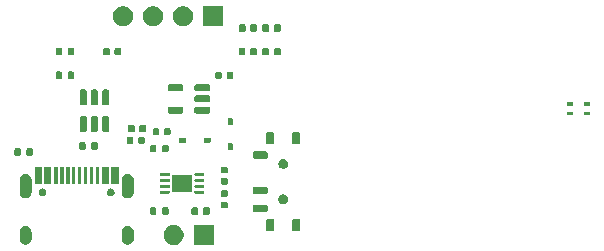
<source format=gbs>
%TF.GenerationSoftware,KiCad,Pcbnew,9.0.7*%
%TF.CreationDate,2026-02-11T09:18:12+01:00*%
%TF.ProjectId,przetwornik,70727a65-7477-46f7-926e-696b2e6b6963,rev?*%
%TF.SameCoordinates,Original*%
%TF.FileFunction,Soldermask,Bot*%
%TF.FilePolarity,Negative*%
%FSLAX46Y46*%
G04 Gerber Fmt 4.6, Leading zero omitted, Abs format (unit mm)*
G04 Created by KiCad (PCBNEW 9.0.7) date 2026-02-11 09:18:12*
%MOMM*%
%LPD*%
G01*
G04 APERTURE LIST*
G04 APERTURE END LIST*
G36*
X229600000Y-106375000D02*
G01*
X227900000Y-106375000D01*
X227900000Y-104675000D01*
X229600000Y-104675000D01*
X229600000Y-106375000D01*
G37*
G36*
X226456742Y-104711601D02*
G01*
X226610687Y-104775367D01*
X226749234Y-104867941D01*
X226867059Y-104985766D01*
X226959633Y-105124313D01*
X227023399Y-105278258D01*
X227055907Y-105441685D01*
X227055907Y-105608315D01*
X227023399Y-105771742D01*
X226959633Y-105925687D01*
X226867059Y-106064234D01*
X226749234Y-106182059D01*
X226610687Y-106274633D01*
X226456742Y-106338399D01*
X226293315Y-106370907D01*
X226126685Y-106370907D01*
X225963258Y-106338399D01*
X225809313Y-106274633D01*
X225670766Y-106182059D01*
X225552941Y-106064234D01*
X225460367Y-105925687D01*
X225396601Y-105771742D01*
X225364093Y-105608315D01*
X225364093Y-105441685D01*
X225396601Y-105278258D01*
X225460367Y-105124313D01*
X225552941Y-104985766D01*
X225670766Y-104867941D01*
X225809313Y-104775367D01*
X225963258Y-104711601D01*
X226126685Y-104679093D01*
X226293315Y-104679093D01*
X226456742Y-104711601D01*
G37*
G36*
X213871342Y-104788060D02*
G01*
X213984381Y-104853323D01*
X214076677Y-104945619D01*
X214141940Y-105058658D01*
X214175722Y-105184737D01*
X214180000Y-105250000D01*
X214180000Y-105850000D01*
X214175722Y-105915263D01*
X214141940Y-106041342D01*
X214076677Y-106154381D01*
X213984381Y-106246677D01*
X213871342Y-106311940D01*
X213745263Y-106345722D01*
X213614737Y-106345722D01*
X213488658Y-106311940D01*
X213375619Y-106246677D01*
X213283323Y-106154381D01*
X213218060Y-106041342D01*
X213184278Y-105915263D01*
X213180000Y-105850000D01*
X213180000Y-105250000D01*
X213184278Y-105184737D01*
X213218060Y-105058658D01*
X213283323Y-104945619D01*
X213375619Y-104853323D01*
X213488658Y-104788060D01*
X213614737Y-104754278D01*
X213745263Y-104754278D01*
X213871342Y-104788060D01*
G37*
G36*
X222511342Y-104788060D02*
G01*
X222624381Y-104853323D01*
X222716677Y-104945619D01*
X222781940Y-105058658D01*
X222815722Y-105184737D01*
X222820000Y-105250000D01*
X222820000Y-105850000D01*
X222815722Y-105915263D01*
X222781940Y-106041342D01*
X222716677Y-106154381D01*
X222624381Y-106246677D01*
X222511342Y-106311940D01*
X222385263Y-106345722D01*
X222254737Y-106345722D01*
X222128658Y-106311940D01*
X222015619Y-106246677D01*
X221923323Y-106154381D01*
X221858060Y-106041342D01*
X221824278Y-105915263D01*
X221820000Y-105850000D01*
X221820000Y-105250000D01*
X221824278Y-105184737D01*
X221858060Y-105058658D01*
X221923323Y-104945619D01*
X222015619Y-104853323D01*
X222128658Y-104788060D01*
X222254737Y-104754278D01*
X222385263Y-104754278D01*
X222511342Y-104788060D01*
G37*
G36*
X234641970Y-104163321D02*
G01*
X234698744Y-104201256D01*
X234736679Y-104258030D01*
X234750000Y-104325000D01*
X234750000Y-105025000D01*
X234736679Y-105091970D01*
X234698744Y-105148744D01*
X234641970Y-105186679D01*
X234575000Y-105200000D01*
X234225000Y-105200000D01*
X234158030Y-105186679D01*
X234101256Y-105148744D01*
X234063321Y-105091970D01*
X234050000Y-105025000D01*
X234050000Y-104325000D01*
X234063321Y-104258030D01*
X234101256Y-104201256D01*
X234158030Y-104163321D01*
X234225000Y-104150000D01*
X234575000Y-104150000D01*
X234641970Y-104163321D01*
G37*
G36*
X236841970Y-104163321D02*
G01*
X236898744Y-104201256D01*
X236936679Y-104258030D01*
X236950000Y-104325000D01*
X236950000Y-105025000D01*
X236936679Y-105091970D01*
X236898744Y-105148744D01*
X236841970Y-105186679D01*
X236775000Y-105200000D01*
X236425000Y-105200000D01*
X236358030Y-105186679D01*
X236301256Y-105148744D01*
X236263321Y-105091970D01*
X236250000Y-105025000D01*
X236250000Y-104325000D01*
X236263321Y-104258030D01*
X236301256Y-104201256D01*
X236358030Y-104163321D01*
X236425000Y-104150000D01*
X236775000Y-104150000D01*
X236841970Y-104163321D01*
G37*
G36*
X224676662Y-103190276D02*
G01*
X224720459Y-103219541D01*
X224749724Y-103263338D01*
X224760000Y-103315000D01*
X224760000Y-103685000D01*
X224749724Y-103736662D01*
X224720459Y-103780459D01*
X224676662Y-103809724D01*
X224625000Y-103820000D01*
X224355000Y-103820000D01*
X224303338Y-103809724D01*
X224259541Y-103780459D01*
X224230276Y-103736662D01*
X224220000Y-103685000D01*
X224220000Y-103315000D01*
X224230276Y-103263338D01*
X224259541Y-103219541D01*
X224303338Y-103190276D01*
X224355000Y-103180000D01*
X224625000Y-103180000D01*
X224676662Y-103190276D01*
G37*
G36*
X225696662Y-103190276D02*
G01*
X225740459Y-103219541D01*
X225769724Y-103263338D01*
X225780000Y-103315000D01*
X225780000Y-103685000D01*
X225769724Y-103736662D01*
X225740459Y-103780459D01*
X225696662Y-103809724D01*
X225645000Y-103820000D01*
X225375000Y-103820000D01*
X225323338Y-103809724D01*
X225279541Y-103780459D01*
X225250276Y-103736662D01*
X225240000Y-103685000D01*
X225240000Y-103315000D01*
X225250276Y-103263338D01*
X225279541Y-103219541D01*
X225323338Y-103190276D01*
X225375000Y-103180000D01*
X225645000Y-103180000D01*
X225696662Y-103190276D01*
G37*
G36*
X228218946Y-103191228D02*
G01*
X228266798Y-103223202D01*
X228298772Y-103271054D01*
X228310000Y-103327500D01*
X228310000Y-103672500D01*
X228298772Y-103728946D01*
X228266798Y-103776798D01*
X228218946Y-103808772D01*
X228162500Y-103820000D01*
X227867500Y-103820000D01*
X227811054Y-103808772D01*
X227763202Y-103776798D01*
X227731228Y-103728946D01*
X227720000Y-103672500D01*
X227720000Y-103327500D01*
X227731228Y-103271054D01*
X227763202Y-103223202D01*
X227811054Y-103191228D01*
X227867500Y-103180000D01*
X228162500Y-103180000D01*
X228218946Y-103191228D01*
G37*
G36*
X229188946Y-103191228D02*
G01*
X229236798Y-103223202D01*
X229268772Y-103271054D01*
X229280000Y-103327500D01*
X229280000Y-103672500D01*
X229268772Y-103728946D01*
X229236798Y-103776798D01*
X229188946Y-103808772D01*
X229132500Y-103820000D01*
X228837500Y-103820000D01*
X228781054Y-103808772D01*
X228733202Y-103776798D01*
X228701228Y-103728946D01*
X228690000Y-103672500D01*
X228690000Y-103327500D01*
X228701228Y-103271054D01*
X228733202Y-103223202D01*
X228781054Y-103191228D01*
X228837500Y-103180000D01*
X229132500Y-103180000D01*
X229188946Y-103191228D01*
G37*
G36*
X234107403Y-102961418D02*
G01*
X234156066Y-102993934D01*
X234188582Y-103042597D01*
X234200000Y-103100000D01*
X234200000Y-103400000D01*
X234188582Y-103457403D01*
X234156066Y-103506066D01*
X234107403Y-103538582D01*
X234050000Y-103550000D01*
X233050000Y-103550000D01*
X232992597Y-103538582D01*
X232943934Y-103506066D01*
X232911418Y-103457403D01*
X232900000Y-103400000D01*
X232900000Y-103100000D01*
X232911418Y-103042597D01*
X232943934Y-102993934D01*
X232992597Y-102961418D01*
X233050000Y-102950000D01*
X234050000Y-102950000D01*
X234107403Y-102961418D01*
G37*
G36*
X230723576Y-102710657D02*
G01*
X230768995Y-102741005D01*
X230799343Y-102786424D01*
X230810000Y-102840000D01*
X230810000Y-103120000D01*
X230799343Y-103173576D01*
X230768995Y-103218995D01*
X230723576Y-103249343D01*
X230670000Y-103260000D01*
X230330000Y-103260000D01*
X230276424Y-103249343D01*
X230231005Y-103218995D01*
X230200657Y-103173576D01*
X230190000Y-103120000D01*
X230190000Y-102840000D01*
X230200657Y-102786424D01*
X230231005Y-102741005D01*
X230276424Y-102710657D01*
X230330000Y-102700000D01*
X230670000Y-102700000D01*
X230723576Y-102710657D01*
G37*
G36*
X235662640Y-102107351D02*
G01*
X235758724Y-102162825D01*
X235837175Y-102241276D01*
X235892649Y-102337360D01*
X235921364Y-102444526D01*
X235921364Y-102555474D01*
X235892649Y-102662640D01*
X235837175Y-102758724D01*
X235758724Y-102837175D01*
X235662640Y-102892649D01*
X235555474Y-102921364D01*
X235444526Y-102921364D01*
X235337360Y-102892649D01*
X235241276Y-102837175D01*
X235162825Y-102758724D01*
X235107351Y-102662640D01*
X235078636Y-102555474D01*
X235078636Y-102444526D01*
X235107351Y-102337360D01*
X235162825Y-102241276D01*
X235241276Y-102162825D01*
X235337360Y-102107351D01*
X235444526Y-102078636D01*
X235555474Y-102078636D01*
X235662640Y-102107351D01*
G37*
G36*
X213871342Y-100358060D02*
G01*
X213984381Y-100423323D01*
X214076677Y-100515619D01*
X214141940Y-100628658D01*
X214175722Y-100754737D01*
X214180000Y-100820000D01*
X214180000Y-101920000D01*
X214175722Y-101985263D01*
X214141940Y-102111342D01*
X214076677Y-102224381D01*
X213984381Y-102316677D01*
X213871342Y-102381940D01*
X213745263Y-102415722D01*
X213614737Y-102415722D01*
X213488658Y-102381940D01*
X213375619Y-102316677D01*
X213283323Y-102224381D01*
X213218060Y-102111342D01*
X213184278Y-101985263D01*
X213180000Y-101920000D01*
X213180000Y-100820000D01*
X213184278Y-100754737D01*
X213218060Y-100628658D01*
X213283323Y-100515619D01*
X213375619Y-100423323D01*
X213488658Y-100358060D01*
X213614737Y-100324278D01*
X213745263Y-100324278D01*
X213871342Y-100358060D01*
G37*
G36*
X222511342Y-100358060D02*
G01*
X222624381Y-100423323D01*
X222716677Y-100515619D01*
X222781940Y-100628658D01*
X222815722Y-100754737D01*
X222820000Y-100820000D01*
X222820000Y-101920000D01*
X222815722Y-101985263D01*
X222781940Y-102111342D01*
X222716677Y-102224381D01*
X222624381Y-102316677D01*
X222511342Y-102381940D01*
X222385263Y-102415722D01*
X222254737Y-102415722D01*
X222128658Y-102381940D01*
X222015619Y-102316677D01*
X221923323Y-102224381D01*
X221858060Y-102111342D01*
X221824278Y-101985263D01*
X221820000Y-101920000D01*
X221820000Y-100820000D01*
X221824278Y-100754737D01*
X221858060Y-100628658D01*
X221923323Y-100515619D01*
X222015619Y-100423323D01*
X222128658Y-100358060D01*
X222254737Y-100324278D01*
X222385263Y-100324278D01*
X222511342Y-100358060D01*
G37*
G36*
X230723576Y-101750657D02*
G01*
X230768995Y-101781005D01*
X230799343Y-101826424D01*
X230810000Y-101880000D01*
X230810000Y-102160000D01*
X230799343Y-102213576D01*
X230768995Y-102258995D01*
X230723576Y-102289343D01*
X230670000Y-102300000D01*
X230330000Y-102300000D01*
X230276424Y-102289343D01*
X230231005Y-102258995D01*
X230200657Y-102213576D01*
X230190000Y-102160000D01*
X230190000Y-101880000D01*
X230200657Y-101826424D01*
X230231005Y-101781005D01*
X230276424Y-101750657D01*
X230330000Y-101740000D01*
X230670000Y-101740000D01*
X230723576Y-101750657D01*
G37*
G36*
X215234372Y-101599739D02*
G01*
X215307847Y-101642160D01*
X215367840Y-101702153D01*
X215410261Y-101775628D01*
X215432220Y-101857579D01*
X215432220Y-101942421D01*
X215410261Y-102024372D01*
X215367840Y-102097847D01*
X215307847Y-102157840D01*
X215234372Y-102200261D01*
X215152421Y-102222220D01*
X215067579Y-102222220D01*
X214985628Y-102200261D01*
X214912153Y-102157840D01*
X214852160Y-102097847D01*
X214809739Y-102024372D01*
X214787780Y-101942421D01*
X214787780Y-101857579D01*
X214809739Y-101775628D01*
X214852160Y-101702153D01*
X214912153Y-101642160D01*
X214985628Y-101599739D01*
X215067579Y-101577780D01*
X215152421Y-101577780D01*
X215234372Y-101599739D01*
G37*
G36*
X221014372Y-101599739D02*
G01*
X221087847Y-101642160D01*
X221147840Y-101702153D01*
X221190261Y-101775628D01*
X221212220Y-101857579D01*
X221212220Y-101942421D01*
X221190261Y-102024372D01*
X221147840Y-102097847D01*
X221087847Y-102157840D01*
X221014372Y-102200261D01*
X220932421Y-102222220D01*
X220847579Y-102222220D01*
X220765628Y-102200261D01*
X220692153Y-102157840D01*
X220632160Y-102097847D01*
X220589739Y-102024372D01*
X220567780Y-101942421D01*
X220567780Y-101857579D01*
X220589739Y-101775628D01*
X220632160Y-101702153D01*
X220692153Y-101642160D01*
X220765628Y-101599739D01*
X220847579Y-101577780D01*
X220932421Y-101577780D01*
X221014372Y-101599739D01*
G37*
G36*
X234107403Y-101461418D02*
G01*
X234156066Y-101493934D01*
X234188582Y-101542597D01*
X234200000Y-101600000D01*
X234200000Y-101900000D01*
X234188582Y-101957403D01*
X234156066Y-102006066D01*
X234107403Y-102038582D01*
X234050000Y-102050000D01*
X233050000Y-102050000D01*
X232992597Y-102038582D01*
X232943934Y-102006066D01*
X232911418Y-101957403D01*
X232900000Y-101900000D01*
X232900000Y-101600000D01*
X232911418Y-101542597D01*
X232943934Y-101493934D01*
X232992597Y-101461418D01*
X233050000Y-101450000D01*
X234050000Y-101450000D01*
X234107403Y-101461418D01*
G37*
G36*
X225836418Y-101779758D02*
G01*
X225856694Y-101793306D01*
X225870242Y-101813582D01*
X225875000Y-101837500D01*
X225875000Y-101962500D01*
X225870242Y-101986418D01*
X225856694Y-102006694D01*
X225836418Y-102020242D01*
X225812500Y-102025000D01*
X225137500Y-102025000D01*
X225113582Y-102020242D01*
X225093306Y-102006694D01*
X225079758Y-101986418D01*
X225075000Y-101962500D01*
X225075000Y-101837500D01*
X225079758Y-101813582D01*
X225093306Y-101793306D01*
X225113582Y-101779758D01*
X225137500Y-101775000D01*
X225812500Y-101775000D01*
X225836418Y-101779758D01*
G37*
G36*
X228736418Y-101779758D02*
G01*
X228756694Y-101793306D01*
X228770242Y-101813582D01*
X228775000Y-101837500D01*
X228775000Y-101962500D01*
X228770242Y-101986418D01*
X228756694Y-102006694D01*
X228736418Y-102020242D01*
X228712500Y-102025000D01*
X228037500Y-102025000D01*
X228013582Y-102020242D01*
X227993306Y-102006694D01*
X227979758Y-101986418D01*
X227975000Y-101962500D01*
X227975000Y-101837500D01*
X227979758Y-101813582D01*
X227993306Y-101793306D01*
X228013582Y-101779758D01*
X228037500Y-101775000D01*
X228712500Y-101775000D01*
X228736418Y-101779758D01*
G37*
G36*
X227775000Y-101850000D02*
G01*
X226075000Y-101850000D01*
X226075000Y-100450000D01*
X227775000Y-100450000D01*
X227775000Y-101850000D01*
G37*
G36*
X225836418Y-101279758D02*
G01*
X225856694Y-101293306D01*
X225870242Y-101313582D01*
X225875000Y-101337500D01*
X225875000Y-101462500D01*
X225870242Y-101486418D01*
X225856694Y-101506694D01*
X225836418Y-101520242D01*
X225812500Y-101525000D01*
X225137500Y-101525000D01*
X225113582Y-101520242D01*
X225093306Y-101506694D01*
X225079758Y-101486418D01*
X225075000Y-101462500D01*
X225075000Y-101337500D01*
X225079758Y-101313582D01*
X225093306Y-101293306D01*
X225113582Y-101279758D01*
X225137500Y-101275000D01*
X225812500Y-101275000D01*
X225836418Y-101279758D01*
G37*
G36*
X228736418Y-101279758D02*
G01*
X228756694Y-101293306D01*
X228770242Y-101313582D01*
X228775000Y-101337500D01*
X228775000Y-101462500D01*
X228770242Y-101486418D01*
X228756694Y-101506694D01*
X228736418Y-101520242D01*
X228712500Y-101525000D01*
X228037500Y-101525000D01*
X228013582Y-101520242D01*
X227993306Y-101506694D01*
X227979758Y-101486418D01*
X227975000Y-101462500D01*
X227975000Y-101337500D01*
X227979758Y-101313582D01*
X227993306Y-101293306D01*
X228013582Y-101279758D01*
X228037500Y-101275000D01*
X228712500Y-101275000D01*
X228736418Y-101279758D01*
G37*
G36*
X230723576Y-100710657D02*
G01*
X230768995Y-100741005D01*
X230799343Y-100786424D01*
X230810000Y-100840000D01*
X230810000Y-101120000D01*
X230799343Y-101173576D01*
X230768995Y-101218995D01*
X230723576Y-101249343D01*
X230670000Y-101260000D01*
X230330000Y-101260000D01*
X230276424Y-101249343D01*
X230231005Y-101218995D01*
X230200657Y-101173576D01*
X230190000Y-101120000D01*
X230190000Y-100840000D01*
X230200657Y-100786424D01*
X230231005Y-100741005D01*
X230276424Y-100710657D01*
X230330000Y-100700000D01*
X230670000Y-100700000D01*
X230723576Y-100710657D01*
G37*
G36*
X215050000Y-101180000D02*
G01*
X214450000Y-101180000D01*
X214450000Y-99730000D01*
X215050000Y-99730000D01*
X215050000Y-101180000D01*
G37*
G36*
X215850000Y-101180000D02*
G01*
X215250000Y-101180000D01*
X215250000Y-99730000D01*
X215850000Y-99730000D01*
X215850000Y-101180000D01*
G37*
G36*
X216400000Y-101180000D02*
G01*
X216100000Y-101180000D01*
X216100000Y-99730000D01*
X216400000Y-99730000D01*
X216400000Y-101180000D01*
G37*
G36*
X216900000Y-101180000D02*
G01*
X216600000Y-101180000D01*
X216600000Y-99730000D01*
X216900000Y-99730000D01*
X216900000Y-101180000D01*
G37*
G36*
X217400000Y-101180000D02*
G01*
X217100000Y-101180000D01*
X217100000Y-99730000D01*
X217400000Y-99730000D01*
X217400000Y-101180000D01*
G37*
G36*
X217900000Y-101180000D02*
G01*
X217600000Y-101180000D01*
X217600000Y-99730000D01*
X217900000Y-99730000D01*
X217900000Y-101180000D01*
G37*
G36*
X218400000Y-101180000D02*
G01*
X218100000Y-101180000D01*
X218100000Y-99730000D01*
X218400000Y-99730000D01*
X218400000Y-101180000D01*
G37*
G36*
X218900000Y-101180000D02*
G01*
X218600000Y-101180000D01*
X218600000Y-99730000D01*
X218900000Y-99730000D01*
X218900000Y-101180000D01*
G37*
G36*
X219400000Y-101180000D02*
G01*
X219100000Y-101180000D01*
X219100000Y-99730000D01*
X219400000Y-99730000D01*
X219400000Y-101180000D01*
G37*
G36*
X219900000Y-101180000D02*
G01*
X219600000Y-101180000D01*
X219600000Y-99730000D01*
X219900000Y-99730000D01*
X219900000Y-101180000D01*
G37*
G36*
X220750000Y-101180000D02*
G01*
X220150000Y-101180000D01*
X220150000Y-99730000D01*
X220750000Y-99730000D01*
X220750000Y-101180000D01*
G37*
G36*
X221550000Y-101180000D02*
G01*
X220950000Y-101180000D01*
X220950000Y-99730000D01*
X221550000Y-99730000D01*
X221550000Y-101180000D01*
G37*
G36*
X225836418Y-100779758D02*
G01*
X225856694Y-100793306D01*
X225870242Y-100813582D01*
X225875000Y-100837500D01*
X225875000Y-100962500D01*
X225870242Y-100986418D01*
X225856694Y-101006694D01*
X225836418Y-101020242D01*
X225812500Y-101025000D01*
X225137500Y-101025000D01*
X225113582Y-101020242D01*
X225093306Y-101006694D01*
X225079758Y-100986418D01*
X225075000Y-100962500D01*
X225075000Y-100837500D01*
X225079758Y-100813582D01*
X225093306Y-100793306D01*
X225113582Y-100779758D01*
X225137500Y-100775000D01*
X225812500Y-100775000D01*
X225836418Y-100779758D01*
G37*
G36*
X228736418Y-100779758D02*
G01*
X228756694Y-100793306D01*
X228770242Y-100813582D01*
X228775000Y-100837500D01*
X228775000Y-100962500D01*
X228770242Y-100986418D01*
X228756694Y-101006694D01*
X228736418Y-101020242D01*
X228712500Y-101025000D01*
X228037500Y-101025000D01*
X228013582Y-101020242D01*
X227993306Y-101006694D01*
X227979758Y-100986418D01*
X227975000Y-100962500D01*
X227975000Y-100837500D01*
X227979758Y-100813582D01*
X227993306Y-100793306D01*
X228013582Y-100779758D01*
X228037500Y-100775000D01*
X228712500Y-100775000D01*
X228736418Y-100779758D01*
G37*
G36*
X225836418Y-100279758D02*
G01*
X225856694Y-100293306D01*
X225870242Y-100313582D01*
X225875000Y-100337500D01*
X225875000Y-100462500D01*
X225870242Y-100486418D01*
X225856694Y-100506694D01*
X225836418Y-100520242D01*
X225812500Y-100525000D01*
X225137500Y-100525000D01*
X225113582Y-100520242D01*
X225093306Y-100506694D01*
X225079758Y-100486418D01*
X225075000Y-100462500D01*
X225075000Y-100337500D01*
X225079758Y-100313582D01*
X225093306Y-100293306D01*
X225113582Y-100279758D01*
X225137500Y-100275000D01*
X225812500Y-100275000D01*
X225836418Y-100279758D01*
G37*
G36*
X228736418Y-100279758D02*
G01*
X228756694Y-100293306D01*
X228770242Y-100313582D01*
X228775000Y-100337500D01*
X228775000Y-100462500D01*
X228770242Y-100486418D01*
X228756694Y-100506694D01*
X228736418Y-100520242D01*
X228712500Y-100525000D01*
X228037500Y-100525000D01*
X228013582Y-100520242D01*
X227993306Y-100506694D01*
X227979758Y-100486418D01*
X227975000Y-100462500D01*
X227975000Y-100337500D01*
X227979758Y-100313582D01*
X227993306Y-100293306D01*
X228013582Y-100279758D01*
X228037500Y-100275000D01*
X228712500Y-100275000D01*
X228736418Y-100279758D01*
G37*
G36*
X230723576Y-99750657D02*
G01*
X230768995Y-99781005D01*
X230799343Y-99826424D01*
X230810000Y-99880000D01*
X230810000Y-100160000D01*
X230799343Y-100213576D01*
X230768995Y-100258995D01*
X230723576Y-100289343D01*
X230670000Y-100300000D01*
X230330000Y-100300000D01*
X230276424Y-100289343D01*
X230231005Y-100258995D01*
X230200657Y-100213576D01*
X230190000Y-100160000D01*
X230190000Y-99880000D01*
X230200657Y-99826424D01*
X230231005Y-99781005D01*
X230276424Y-99750657D01*
X230330000Y-99740000D01*
X230670000Y-99740000D01*
X230723576Y-99750657D01*
G37*
G36*
X235662640Y-99107351D02*
G01*
X235758724Y-99162825D01*
X235837175Y-99241276D01*
X235892649Y-99337360D01*
X235921364Y-99444526D01*
X235921364Y-99555474D01*
X235892649Y-99662640D01*
X235837175Y-99758724D01*
X235758724Y-99837175D01*
X235662640Y-99892649D01*
X235555474Y-99921364D01*
X235444526Y-99921364D01*
X235337360Y-99892649D01*
X235241276Y-99837175D01*
X235162825Y-99758724D01*
X235107351Y-99662640D01*
X235078636Y-99555474D01*
X235078636Y-99444526D01*
X235107351Y-99337360D01*
X235162825Y-99241276D01*
X235241276Y-99162825D01*
X235337360Y-99107351D01*
X235444526Y-99078636D01*
X235555474Y-99078636D01*
X235662640Y-99107351D01*
G37*
G36*
X234107403Y-98461418D02*
G01*
X234156066Y-98493934D01*
X234188582Y-98542597D01*
X234200000Y-98600000D01*
X234200000Y-98900000D01*
X234188582Y-98957403D01*
X234156066Y-99006066D01*
X234107403Y-99038582D01*
X234050000Y-99050000D01*
X233050000Y-99050000D01*
X232992597Y-99038582D01*
X232943934Y-99006066D01*
X232911418Y-98957403D01*
X232900000Y-98900000D01*
X232900000Y-98600000D01*
X232911418Y-98542597D01*
X232943934Y-98493934D01*
X232992597Y-98461418D01*
X233050000Y-98450000D01*
X234050000Y-98450000D01*
X234107403Y-98461418D01*
G37*
G36*
X213186662Y-98190276D02*
G01*
X213230459Y-98219541D01*
X213259724Y-98263338D01*
X213270000Y-98315000D01*
X213270000Y-98685000D01*
X213259724Y-98736662D01*
X213230459Y-98780459D01*
X213186662Y-98809724D01*
X213135000Y-98820000D01*
X212865000Y-98820000D01*
X212813338Y-98809724D01*
X212769541Y-98780459D01*
X212740276Y-98736662D01*
X212730000Y-98685000D01*
X212730000Y-98315000D01*
X212740276Y-98263338D01*
X212769541Y-98219541D01*
X212813338Y-98190276D01*
X212865000Y-98180000D01*
X213135000Y-98180000D01*
X213186662Y-98190276D01*
G37*
G36*
X214206662Y-98190276D02*
G01*
X214250459Y-98219541D01*
X214279724Y-98263338D01*
X214290000Y-98315000D01*
X214290000Y-98685000D01*
X214279724Y-98736662D01*
X214250459Y-98780459D01*
X214206662Y-98809724D01*
X214155000Y-98820000D01*
X213885000Y-98820000D01*
X213833338Y-98809724D01*
X213789541Y-98780459D01*
X213760276Y-98736662D01*
X213750000Y-98685000D01*
X213750000Y-98315000D01*
X213760276Y-98263338D01*
X213789541Y-98219541D01*
X213833338Y-98190276D01*
X213885000Y-98180000D01*
X214155000Y-98180000D01*
X214206662Y-98190276D01*
G37*
G36*
X224676662Y-97904265D02*
G01*
X224720459Y-97933530D01*
X224749724Y-97977327D01*
X224760000Y-98028989D01*
X224760000Y-98398989D01*
X224749724Y-98450651D01*
X224720459Y-98494448D01*
X224676662Y-98523713D01*
X224625000Y-98533989D01*
X224355000Y-98533989D01*
X224303338Y-98523713D01*
X224259541Y-98494448D01*
X224230276Y-98450651D01*
X224220000Y-98398989D01*
X224220000Y-98028989D01*
X224230276Y-97977327D01*
X224259541Y-97933530D01*
X224303338Y-97904265D01*
X224355000Y-97893989D01*
X224625000Y-97893989D01*
X224676662Y-97904265D01*
G37*
G36*
X225696662Y-97904265D02*
G01*
X225740459Y-97933530D01*
X225769724Y-97977327D01*
X225780000Y-98028989D01*
X225780000Y-98398989D01*
X225769724Y-98450651D01*
X225740459Y-98494448D01*
X225696662Y-98523713D01*
X225645000Y-98533989D01*
X225375000Y-98533989D01*
X225323338Y-98523713D01*
X225279541Y-98494448D01*
X225250276Y-98450651D01*
X225240000Y-98398989D01*
X225240000Y-98028989D01*
X225250276Y-97977327D01*
X225279541Y-97933530D01*
X225323338Y-97904265D01*
X225375000Y-97893989D01*
X225645000Y-97893989D01*
X225696662Y-97904265D01*
G37*
G36*
X231155552Y-97758564D02*
G01*
X231192050Y-97782950D01*
X231216436Y-97819448D01*
X231225000Y-97862500D01*
X231225000Y-98237500D01*
X231216436Y-98280552D01*
X231192050Y-98317050D01*
X231155552Y-98341436D01*
X231112500Y-98350000D01*
X230887500Y-98350000D01*
X230844448Y-98341436D01*
X230807950Y-98317050D01*
X230783564Y-98280552D01*
X230775000Y-98237500D01*
X230775000Y-97862500D01*
X230783564Y-97819448D01*
X230807950Y-97782950D01*
X230844448Y-97758564D01*
X230887500Y-97750000D01*
X231112500Y-97750000D01*
X231155552Y-97758564D01*
G37*
G36*
X218676662Y-97690276D02*
G01*
X218720459Y-97719541D01*
X218749724Y-97763338D01*
X218760000Y-97815000D01*
X218760000Y-98185000D01*
X218749724Y-98236662D01*
X218720459Y-98280459D01*
X218676662Y-98309724D01*
X218625000Y-98320000D01*
X218355000Y-98320000D01*
X218303338Y-98309724D01*
X218259541Y-98280459D01*
X218230276Y-98236662D01*
X218220000Y-98185000D01*
X218220000Y-97815000D01*
X218230276Y-97763338D01*
X218259541Y-97719541D01*
X218303338Y-97690276D01*
X218355000Y-97680000D01*
X218625000Y-97680000D01*
X218676662Y-97690276D01*
G37*
G36*
X219696662Y-97690276D02*
G01*
X219740459Y-97719541D01*
X219769724Y-97763338D01*
X219780000Y-97815000D01*
X219780000Y-98185000D01*
X219769724Y-98236662D01*
X219740459Y-98280459D01*
X219696662Y-98309724D01*
X219645000Y-98320000D01*
X219375000Y-98320000D01*
X219323338Y-98309724D01*
X219279541Y-98280459D01*
X219250276Y-98236662D01*
X219240000Y-98185000D01*
X219240000Y-97815000D01*
X219250276Y-97763338D01*
X219279541Y-97719541D01*
X219323338Y-97690276D01*
X219375000Y-97680000D01*
X219645000Y-97680000D01*
X219696662Y-97690276D01*
G37*
G36*
X234641970Y-96813321D02*
G01*
X234698744Y-96851256D01*
X234736679Y-96908030D01*
X234750000Y-96975000D01*
X234750000Y-97675000D01*
X234736679Y-97741970D01*
X234698744Y-97798744D01*
X234641970Y-97836679D01*
X234575000Y-97850000D01*
X234225000Y-97850000D01*
X234158030Y-97836679D01*
X234101256Y-97798744D01*
X234063321Y-97741970D01*
X234050000Y-97675000D01*
X234050000Y-96975000D01*
X234063321Y-96908030D01*
X234101256Y-96851256D01*
X234158030Y-96813321D01*
X234225000Y-96800000D01*
X234575000Y-96800000D01*
X234641970Y-96813321D01*
G37*
G36*
X236841970Y-96813321D02*
G01*
X236898744Y-96851256D01*
X236936679Y-96908030D01*
X236950000Y-96975000D01*
X236950000Y-97675000D01*
X236936679Y-97741970D01*
X236898744Y-97798744D01*
X236841970Y-97836679D01*
X236775000Y-97850000D01*
X236425000Y-97850000D01*
X236358030Y-97836679D01*
X236301256Y-97798744D01*
X236263321Y-97741970D01*
X236250000Y-97675000D01*
X236250000Y-96975000D01*
X236263321Y-96908030D01*
X236301256Y-96851256D01*
X236358030Y-96813321D01*
X236425000Y-96800000D01*
X236775000Y-96800000D01*
X236841970Y-96813321D01*
G37*
G36*
X222713576Y-97200657D02*
G01*
X222758995Y-97231005D01*
X222789343Y-97276424D01*
X222800000Y-97330000D01*
X222800000Y-97670000D01*
X222789343Y-97723576D01*
X222758995Y-97768995D01*
X222713576Y-97799343D01*
X222660000Y-97810000D01*
X222380000Y-97810000D01*
X222326424Y-97799343D01*
X222281005Y-97768995D01*
X222250657Y-97723576D01*
X222240000Y-97670000D01*
X222240000Y-97330000D01*
X222250657Y-97276424D01*
X222281005Y-97231005D01*
X222326424Y-97200657D01*
X222380000Y-97190000D01*
X222660000Y-97190000D01*
X222713576Y-97200657D01*
G37*
G36*
X223673576Y-97200657D02*
G01*
X223718995Y-97231005D01*
X223749343Y-97276424D01*
X223760000Y-97330000D01*
X223760000Y-97670000D01*
X223749343Y-97723576D01*
X223718995Y-97768995D01*
X223673576Y-97799343D01*
X223620000Y-97810000D01*
X223340000Y-97810000D01*
X223286424Y-97799343D01*
X223241005Y-97768995D01*
X223210657Y-97723576D01*
X223200000Y-97670000D01*
X223200000Y-97330000D01*
X223210657Y-97276424D01*
X223241005Y-97231005D01*
X223286424Y-97200657D01*
X223340000Y-97190000D01*
X223620000Y-97190000D01*
X223673576Y-97200657D01*
G37*
G36*
X227180552Y-97283564D02*
G01*
X227217050Y-97307950D01*
X227241436Y-97344448D01*
X227250000Y-97387500D01*
X227250000Y-97612500D01*
X227241436Y-97655552D01*
X227217050Y-97692050D01*
X227180552Y-97716436D01*
X227137500Y-97725000D01*
X226762500Y-97725000D01*
X226719448Y-97716436D01*
X226682950Y-97692050D01*
X226658564Y-97655552D01*
X226650000Y-97612500D01*
X226650000Y-97387500D01*
X226658564Y-97344448D01*
X226682950Y-97307950D01*
X226719448Y-97283564D01*
X226762500Y-97275000D01*
X227137500Y-97275000D01*
X227180552Y-97283564D01*
G37*
G36*
X229280552Y-97283564D02*
G01*
X229317050Y-97307950D01*
X229341436Y-97344448D01*
X229350000Y-97387500D01*
X229350000Y-97612500D01*
X229341436Y-97655552D01*
X229317050Y-97692050D01*
X229280552Y-97716436D01*
X229237500Y-97725000D01*
X228862500Y-97725000D01*
X228819448Y-97716436D01*
X228782950Y-97692050D01*
X228758564Y-97655552D01*
X228750000Y-97612500D01*
X228750000Y-97387500D01*
X228758564Y-97344448D01*
X228782950Y-97307950D01*
X228819448Y-97283564D01*
X228862500Y-97275000D01*
X229237500Y-97275000D01*
X229280552Y-97283564D01*
G37*
G36*
X224911093Y-96492051D02*
G01*
X224956512Y-96522399D01*
X224986860Y-96567818D01*
X224997517Y-96621394D01*
X224997517Y-96961394D01*
X224986860Y-97014970D01*
X224956512Y-97060389D01*
X224911093Y-97090737D01*
X224857517Y-97101394D01*
X224577517Y-97101394D01*
X224523941Y-97090737D01*
X224478522Y-97060389D01*
X224448174Y-97014970D01*
X224437517Y-96961394D01*
X224437517Y-96621394D01*
X224448174Y-96567818D01*
X224478522Y-96522399D01*
X224523941Y-96492051D01*
X224577517Y-96481394D01*
X224857517Y-96481394D01*
X224911093Y-96492051D01*
G37*
G36*
X225871093Y-96492051D02*
G01*
X225916512Y-96522399D01*
X225946860Y-96567818D01*
X225957517Y-96621394D01*
X225957517Y-96961394D01*
X225946860Y-97014970D01*
X225916512Y-97060389D01*
X225871093Y-97090737D01*
X225817517Y-97101394D01*
X225537517Y-97101394D01*
X225483941Y-97090737D01*
X225438522Y-97060389D01*
X225408174Y-97014970D01*
X225397517Y-96961394D01*
X225397517Y-96621394D01*
X225408174Y-96567818D01*
X225438522Y-96522399D01*
X225483941Y-96492051D01*
X225537517Y-96481394D01*
X225817517Y-96481394D01*
X225871093Y-96492051D01*
G37*
G36*
X222832930Y-96191228D02*
G01*
X222880782Y-96223202D01*
X222912756Y-96271054D01*
X222923984Y-96327500D01*
X222923984Y-96672500D01*
X222912756Y-96728946D01*
X222880782Y-96776798D01*
X222832930Y-96808772D01*
X222776484Y-96820000D01*
X222481484Y-96820000D01*
X222425038Y-96808772D01*
X222377186Y-96776798D01*
X222345212Y-96728946D01*
X222333984Y-96672500D01*
X222333984Y-96327500D01*
X222345212Y-96271054D01*
X222377186Y-96223202D01*
X222425038Y-96191228D01*
X222481484Y-96180000D01*
X222776484Y-96180000D01*
X222832930Y-96191228D01*
G37*
G36*
X223802930Y-96191228D02*
G01*
X223850782Y-96223202D01*
X223882756Y-96271054D01*
X223893984Y-96327500D01*
X223893984Y-96672500D01*
X223882756Y-96728946D01*
X223850782Y-96776798D01*
X223802930Y-96808772D01*
X223746484Y-96820000D01*
X223451484Y-96820000D01*
X223395038Y-96808772D01*
X223347186Y-96776798D01*
X223315212Y-96728946D01*
X223303984Y-96672500D01*
X223303984Y-96327500D01*
X223315212Y-96271054D01*
X223347186Y-96223202D01*
X223395038Y-96191228D01*
X223451484Y-96180000D01*
X223746484Y-96180000D01*
X223802930Y-96191228D01*
G37*
G36*
X218757403Y-95486418D02*
G01*
X218806066Y-95518934D01*
X218838582Y-95567597D01*
X218850000Y-95625000D01*
X218850000Y-96650000D01*
X218838582Y-96707403D01*
X218806066Y-96756066D01*
X218757403Y-96788582D01*
X218700000Y-96800000D01*
X218400000Y-96800000D01*
X218342597Y-96788582D01*
X218293934Y-96756066D01*
X218261418Y-96707403D01*
X218250000Y-96650000D01*
X218250000Y-95625000D01*
X218261418Y-95567597D01*
X218293934Y-95518934D01*
X218342597Y-95486418D01*
X218400000Y-95475000D01*
X218700000Y-95475000D01*
X218757403Y-95486418D01*
G37*
G36*
X219707403Y-95486418D02*
G01*
X219756066Y-95518934D01*
X219788582Y-95567597D01*
X219800000Y-95625000D01*
X219800000Y-96650000D01*
X219788582Y-96707403D01*
X219756066Y-96756066D01*
X219707403Y-96788582D01*
X219650000Y-96800000D01*
X219350000Y-96800000D01*
X219292597Y-96788582D01*
X219243934Y-96756066D01*
X219211418Y-96707403D01*
X219200000Y-96650000D01*
X219200000Y-95625000D01*
X219211418Y-95567597D01*
X219243934Y-95518934D01*
X219292597Y-95486418D01*
X219350000Y-95475000D01*
X219650000Y-95475000D01*
X219707403Y-95486418D01*
G37*
G36*
X220657403Y-95486418D02*
G01*
X220706066Y-95518934D01*
X220738582Y-95567597D01*
X220750000Y-95625000D01*
X220750000Y-96650000D01*
X220738582Y-96707403D01*
X220706066Y-96756066D01*
X220657403Y-96788582D01*
X220600000Y-96800000D01*
X220300000Y-96800000D01*
X220242597Y-96788582D01*
X220193934Y-96756066D01*
X220161418Y-96707403D01*
X220150000Y-96650000D01*
X220150000Y-95625000D01*
X220161418Y-95567597D01*
X220193934Y-95518934D01*
X220242597Y-95486418D01*
X220300000Y-95475000D01*
X220600000Y-95475000D01*
X220657403Y-95486418D01*
G37*
G36*
X231155552Y-95658564D02*
G01*
X231192050Y-95682950D01*
X231216436Y-95719448D01*
X231225000Y-95762500D01*
X231225000Y-96137500D01*
X231216436Y-96180552D01*
X231192050Y-96217050D01*
X231155552Y-96241436D01*
X231112500Y-96250000D01*
X230887500Y-96250000D01*
X230844448Y-96241436D01*
X230807950Y-96217050D01*
X230783564Y-96180552D01*
X230775000Y-96137500D01*
X230775000Y-95762500D01*
X230783564Y-95719448D01*
X230807950Y-95682950D01*
X230844448Y-95658564D01*
X230887500Y-95650000D01*
X231112500Y-95650000D01*
X231155552Y-95658564D01*
G37*
G36*
X260054823Y-95383384D02*
G01*
X259554823Y-95383384D01*
X259554823Y-95083384D01*
X260054823Y-95083384D01*
X260054823Y-95383384D01*
G37*
G36*
X261454823Y-95383384D02*
G01*
X260954823Y-95383384D01*
X260954823Y-95083384D01*
X261454823Y-95083384D01*
X261454823Y-95383384D01*
G37*
G36*
X226932403Y-94661418D02*
G01*
X226981066Y-94693934D01*
X227013582Y-94742597D01*
X227025000Y-94800000D01*
X227025000Y-95100000D01*
X227013582Y-95157403D01*
X226981066Y-95206066D01*
X226932403Y-95238582D01*
X226875000Y-95250000D01*
X225850000Y-95250000D01*
X225792597Y-95238582D01*
X225743934Y-95206066D01*
X225711418Y-95157403D01*
X225700000Y-95100000D01*
X225700000Y-94800000D01*
X225711418Y-94742597D01*
X225743934Y-94693934D01*
X225792597Y-94661418D01*
X225850000Y-94650000D01*
X226875000Y-94650000D01*
X226932403Y-94661418D01*
G37*
G36*
X229207403Y-94661418D02*
G01*
X229256066Y-94693934D01*
X229288582Y-94742597D01*
X229300000Y-94800000D01*
X229300000Y-95100000D01*
X229288582Y-95157403D01*
X229256066Y-95206066D01*
X229207403Y-95238582D01*
X229150000Y-95250000D01*
X228125000Y-95250000D01*
X228067597Y-95238582D01*
X228018934Y-95206066D01*
X227986418Y-95157403D01*
X227975000Y-95100000D01*
X227975000Y-94800000D01*
X227986418Y-94742597D01*
X228018934Y-94693934D01*
X228067597Y-94661418D01*
X228125000Y-94650000D01*
X229150000Y-94650000D01*
X229207403Y-94661418D01*
G37*
G36*
X260054823Y-94583384D02*
G01*
X259554823Y-94583384D01*
X259554823Y-94283384D01*
X260054823Y-94283384D01*
X260054823Y-94583384D01*
G37*
G36*
X261454823Y-94583384D02*
G01*
X260954823Y-94583384D01*
X260954823Y-94283384D01*
X261454823Y-94283384D01*
X261454823Y-94583384D01*
G37*
G36*
X218757403Y-93211418D02*
G01*
X218806066Y-93243934D01*
X218838582Y-93292597D01*
X218850000Y-93350000D01*
X218850000Y-94375000D01*
X218838582Y-94432403D01*
X218806066Y-94481066D01*
X218757403Y-94513582D01*
X218700000Y-94525000D01*
X218400000Y-94525000D01*
X218342597Y-94513582D01*
X218293934Y-94481066D01*
X218261418Y-94432403D01*
X218250000Y-94375000D01*
X218250000Y-93350000D01*
X218261418Y-93292597D01*
X218293934Y-93243934D01*
X218342597Y-93211418D01*
X218400000Y-93200000D01*
X218700000Y-93200000D01*
X218757403Y-93211418D01*
G37*
G36*
X219707403Y-93211418D02*
G01*
X219756066Y-93243934D01*
X219788582Y-93292597D01*
X219800000Y-93350000D01*
X219800000Y-94375000D01*
X219788582Y-94432403D01*
X219756066Y-94481066D01*
X219707403Y-94513582D01*
X219650000Y-94525000D01*
X219350000Y-94525000D01*
X219292597Y-94513582D01*
X219243934Y-94481066D01*
X219211418Y-94432403D01*
X219200000Y-94375000D01*
X219200000Y-93350000D01*
X219211418Y-93292597D01*
X219243934Y-93243934D01*
X219292597Y-93211418D01*
X219350000Y-93200000D01*
X219650000Y-93200000D01*
X219707403Y-93211418D01*
G37*
G36*
X220657403Y-93211418D02*
G01*
X220706066Y-93243934D01*
X220738582Y-93292597D01*
X220750000Y-93350000D01*
X220750000Y-94375000D01*
X220738582Y-94432403D01*
X220706066Y-94481066D01*
X220657403Y-94513582D01*
X220600000Y-94525000D01*
X220300000Y-94525000D01*
X220242597Y-94513582D01*
X220193934Y-94481066D01*
X220161418Y-94432403D01*
X220150000Y-94375000D01*
X220150000Y-93350000D01*
X220161418Y-93292597D01*
X220193934Y-93243934D01*
X220242597Y-93211418D01*
X220300000Y-93200000D01*
X220600000Y-93200000D01*
X220657403Y-93211418D01*
G37*
G36*
X229207403Y-93711418D02*
G01*
X229256066Y-93743934D01*
X229288582Y-93792597D01*
X229300000Y-93850000D01*
X229300000Y-94150000D01*
X229288582Y-94207403D01*
X229256066Y-94256066D01*
X229207403Y-94288582D01*
X229150000Y-94300000D01*
X228125000Y-94300000D01*
X228067597Y-94288582D01*
X228018934Y-94256066D01*
X227986418Y-94207403D01*
X227975000Y-94150000D01*
X227975000Y-93850000D01*
X227986418Y-93792597D01*
X228018934Y-93743934D01*
X228067597Y-93711418D01*
X228125000Y-93700000D01*
X229150000Y-93700000D01*
X229207403Y-93711418D01*
G37*
G36*
X226932403Y-92761418D02*
G01*
X226981066Y-92793934D01*
X227013582Y-92842597D01*
X227025000Y-92900000D01*
X227025000Y-93200000D01*
X227013582Y-93257403D01*
X226981066Y-93306066D01*
X226932403Y-93338582D01*
X226875000Y-93350000D01*
X225850000Y-93350000D01*
X225792597Y-93338582D01*
X225743934Y-93306066D01*
X225711418Y-93257403D01*
X225700000Y-93200000D01*
X225700000Y-92900000D01*
X225711418Y-92842597D01*
X225743934Y-92793934D01*
X225792597Y-92761418D01*
X225850000Y-92750000D01*
X226875000Y-92750000D01*
X226932403Y-92761418D01*
G37*
G36*
X229207403Y-92761418D02*
G01*
X229256066Y-92793934D01*
X229288582Y-92842597D01*
X229300000Y-92900000D01*
X229300000Y-93200000D01*
X229288582Y-93257403D01*
X229256066Y-93306066D01*
X229207403Y-93338582D01*
X229150000Y-93350000D01*
X228125000Y-93350000D01*
X228067597Y-93338582D01*
X228018934Y-93306066D01*
X227986418Y-93257403D01*
X227975000Y-93200000D01*
X227975000Y-92900000D01*
X227986418Y-92842597D01*
X228018934Y-92793934D01*
X228067597Y-92761418D01*
X228125000Y-92750000D01*
X229150000Y-92750000D01*
X229207403Y-92761418D01*
G37*
G36*
X216676662Y-91690276D02*
G01*
X216720459Y-91719541D01*
X216749724Y-91763338D01*
X216760000Y-91815000D01*
X216760000Y-92185000D01*
X216749724Y-92236662D01*
X216720459Y-92280459D01*
X216676662Y-92309724D01*
X216625000Y-92320000D01*
X216355000Y-92320000D01*
X216303338Y-92309724D01*
X216259541Y-92280459D01*
X216230276Y-92236662D01*
X216220000Y-92185000D01*
X216220000Y-91815000D01*
X216230276Y-91763338D01*
X216259541Y-91719541D01*
X216303338Y-91690276D01*
X216355000Y-91680000D01*
X216625000Y-91680000D01*
X216676662Y-91690276D01*
G37*
G36*
X217696662Y-91690276D02*
G01*
X217740459Y-91719541D01*
X217769724Y-91763338D01*
X217780000Y-91815000D01*
X217780000Y-92185000D01*
X217769724Y-92236662D01*
X217740459Y-92280459D01*
X217696662Y-92309724D01*
X217645000Y-92320000D01*
X217375000Y-92320000D01*
X217323338Y-92309724D01*
X217279541Y-92280459D01*
X217250276Y-92236662D01*
X217240000Y-92185000D01*
X217240000Y-91815000D01*
X217250276Y-91763338D01*
X217279541Y-91719541D01*
X217323338Y-91690276D01*
X217375000Y-91680000D01*
X217645000Y-91680000D01*
X217696662Y-91690276D01*
G37*
G36*
X230213576Y-91700657D02*
G01*
X230258995Y-91731005D01*
X230289343Y-91776424D01*
X230300000Y-91830000D01*
X230300000Y-92170000D01*
X230289343Y-92223576D01*
X230258995Y-92268995D01*
X230213576Y-92299343D01*
X230160000Y-92310000D01*
X229880000Y-92310000D01*
X229826424Y-92299343D01*
X229781005Y-92268995D01*
X229750657Y-92223576D01*
X229740000Y-92170000D01*
X229740000Y-91830000D01*
X229750657Y-91776424D01*
X229781005Y-91731005D01*
X229826424Y-91700657D01*
X229880000Y-91690000D01*
X230160000Y-91690000D01*
X230213576Y-91700657D01*
G37*
G36*
X231173576Y-91700657D02*
G01*
X231218995Y-91731005D01*
X231249343Y-91776424D01*
X231260000Y-91830000D01*
X231260000Y-92170000D01*
X231249343Y-92223576D01*
X231218995Y-92268995D01*
X231173576Y-92299343D01*
X231120000Y-92310000D01*
X230840000Y-92310000D01*
X230786424Y-92299343D01*
X230741005Y-92268995D01*
X230710657Y-92223576D01*
X230700000Y-92170000D01*
X230700000Y-91830000D01*
X230710657Y-91776424D01*
X230741005Y-91731005D01*
X230786424Y-91700657D01*
X230840000Y-91690000D01*
X231120000Y-91690000D01*
X231173576Y-91700657D01*
G37*
G36*
X216676662Y-89690276D02*
G01*
X216720459Y-89719541D01*
X216749724Y-89763338D01*
X216760000Y-89815000D01*
X216760000Y-90185000D01*
X216749724Y-90236662D01*
X216720459Y-90280459D01*
X216676662Y-90309724D01*
X216625000Y-90320000D01*
X216355000Y-90320000D01*
X216303338Y-90309724D01*
X216259541Y-90280459D01*
X216230276Y-90236662D01*
X216220000Y-90185000D01*
X216220000Y-89815000D01*
X216230276Y-89763338D01*
X216259541Y-89719541D01*
X216303338Y-89690276D01*
X216355000Y-89680000D01*
X216625000Y-89680000D01*
X216676662Y-89690276D01*
G37*
G36*
X217696662Y-89690276D02*
G01*
X217740459Y-89719541D01*
X217769724Y-89763338D01*
X217780000Y-89815000D01*
X217780000Y-90185000D01*
X217769724Y-90236662D01*
X217740459Y-90280459D01*
X217696662Y-90309724D01*
X217645000Y-90320000D01*
X217375000Y-90320000D01*
X217323338Y-90309724D01*
X217279541Y-90280459D01*
X217250276Y-90236662D01*
X217240000Y-90185000D01*
X217240000Y-89815000D01*
X217250276Y-89763338D01*
X217279541Y-89719541D01*
X217323338Y-89690276D01*
X217375000Y-89680000D01*
X217645000Y-89680000D01*
X217696662Y-89690276D01*
G37*
G36*
X234176662Y-89690276D02*
G01*
X234220459Y-89719541D01*
X234249724Y-89763338D01*
X234260000Y-89815000D01*
X234260000Y-90185000D01*
X234249724Y-90236662D01*
X234220459Y-90280459D01*
X234176662Y-90309724D01*
X234125000Y-90320000D01*
X233855000Y-90320000D01*
X233803338Y-90309724D01*
X233759541Y-90280459D01*
X233730276Y-90236662D01*
X233720000Y-90185000D01*
X233720000Y-89815000D01*
X233730276Y-89763338D01*
X233759541Y-89719541D01*
X233803338Y-89690276D01*
X233855000Y-89680000D01*
X234125000Y-89680000D01*
X234176662Y-89690276D01*
G37*
G36*
X235196662Y-89690276D02*
G01*
X235240459Y-89719541D01*
X235269724Y-89763338D01*
X235280000Y-89815000D01*
X235280000Y-90185000D01*
X235269724Y-90236662D01*
X235240459Y-90280459D01*
X235196662Y-90309724D01*
X235145000Y-90320000D01*
X234875000Y-90320000D01*
X234823338Y-90309724D01*
X234779541Y-90280459D01*
X234750276Y-90236662D01*
X234740000Y-90185000D01*
X234740000Y-89815000D01*
X234750276Y-89763338D01*
X234779541Y-89719541D01*
X234823338Y-89690276D01*
X234875000Y-89680000D01*
X235145000Y-89680000D01*
X235196662Y-89690276D01*
G37*
G36*
X220713576Y-89700657D02*
G01*
X220758995Y-89731005D01*
X220789343Y-89776424D01*
X220800000Y-89830000D01*
X220800000Y-90170000D01*
X220789343Y-90223576D01*
X220758995Y-90268995D01*
X220713576Y-90299343D01*
X220660000Y-90310000D01*
X220380000Y-90310000D01*
X220326424Y-90299343D01*
X220281005Y-90268995D01*
X220250657Y-90223576D01*
X220240000Y-90170000D01*
X220240000Y-89830000D01*
X220250657Y-89776424D01*
X220281005Y-89731005D01*
X220326424Y-89700657D01*
X220380000Y-89690000D01*
X220660000Y-89690000D01*
X220713576Y-89700657D01*
G37*
G36*
X221673576Y-89700657D02*
G01*
X221718995Y-89731005D01*
X221749343Y-89776424D01*
X221760000Y-89830000D01*
X221760000Y-90170000D01*
X221749343Y-90223576D01*
X221718995Y-90268995D01*
X221673576Y-90299343D01*
X221620000Y-90310000D01*
X221340000Y-90310000D01*
X221286424Y-90299343D01*
X221241005Y-90268995D01*
X221210657Y-90223576D01*
X221200000Y-90170000D01*
X221200000Y-89830000D01*
X221210657Y-89776424D01*
X221241005Y-89731005D01*
X221286424Y-89700657D01*
X221340000Y-89690000D01*
X221620000Y-89690000D01*
X221673576Y-89700657D01*
G37*
G36*
X232193576Y-89700657D02*
G01*
X232238995Y-89731005D01*
X232269343Y-89776424D01*
X232280000Y-89830000D01*
X232280000Y-90170000D01*
X232269343Y-90223576D01*
X232238995Y-90268995D01*
X232193576Y-90299343D01*
X232140000Y-90310000D01*
X231860000Y-90310000D01*
X231806424Y-90299343D01*
X231761005Y-90268995D01*
X231730657Y-90223576D01*
X231720000Y-90170000D01*
X231720000Y-89830000D01*
X231730657Y-89776424D01*
X231761005Y-89731005D01*
X231806424Y-89700657D01*
X231860000Y-89690000D01*
X232140000Y-89690000D01*
X232193576Y-89700657D01*
G37*
G36*
X233153576Y-89700657D02*
G01*
X233198995Y-89731005D01*
X233229343Y-89776424D01*
X233240000Y-89830000D01*
X233240000Y-90170000D01*
X233229343Y-90223576D01*
X233198995Y-90268995D01*
X233153576Y-90299343D01*
X233100000Y-90310000D01*
X232820000Y-90310000D01*
X232766424Y-90299343D01*
X232721005Y-90268995D01*
X232690657Y-90223576D01*
X232680000Y-90170000D01*
X232680000Y-89830000D01*
X232690657Y-89776424D01*
X232721005Y-89731005D01*
X232766424Y-89700657D01*
X232820000Y-89690000D01*
X233100000Y-89690000D01*
X233153576Y-89700657D01*
G37*
G36*
X234218946Y-87691228D02*
G01*
X234266798Y-87723202D01*
X234298772Y-87771054D01*
X234310000Y-87827500D01*
X234310000Y-88172500D01*
X234298772Y-88228946D01*
X234266798Y-88276798D01*
X234218946Y-88308772D01*
X234162500Y-88320000D01*
X233867500Y-88320000D01*
X233811054Y-88308772D01*
X233763202Y-88276798D01*
X233731228Y-88228946D01*
X233720000Y-88172500D01*
X233720000Y-87827500D01*
X233731228Y-87771054D01*
X233763202Y-87723202D01*
X233811054Y-87691228D01*
X233867500Y-87680000D01*
X234162500Y-87680000D01*
X234218946Y-87691228D01*
G37*
G36*
X235188946Y-87691228D02*
G01*
X235236798Y-87723202D01*
X235268772Y-87771054D01*
X235280000Y-87827500D01*
X235280000Y-88172500D01*
X235268772Y-88228946D01*
X235236798Y-88276798D01*
X235188946Y-88308772D01*
X235132500Y-88320000D01*
X234837500Y-88320000D01*
X234781054Y-88308772D01*
X234733202Y-88276798D01*
X234701228Y-88228946D01*
X234690000Y-88172500D01*
X234690000Y-87827500D01*
X234701228Y-87771054D01*
X234733202Y-87723202D01*
X234781054Y-87691228D01*
X234837500Y-87680000D01*
X235132500Y-87680000D01*
X235188946Y-87691228D01*
G37*
G36*
X232213576Y-87700657D02*
G01*
X232258995Y-87731005D01*
X232289343Y-87776424D01*
X232300000Y-87830000D01*
X232300000Y-88170000D01*
X232289343Y-88223576D01*
X232258995Y-88268995D01*
X232213576Y-88299343D01*
X232160000Y-88310000D01*
X231880000Y-88310000D01*
X231826424Y-88299343D01*
X231781005Y-88268995D01*
X231750657Y-88223576D01*
X231740000Y-88170000D01*
X231740000Y-87830000D01*
X231750657Y-87776424D01*
X231781005Y-87731005D01*
X231826424Y-87700657D01*
X231880000Y-87690000D01*
X232160000Y-87690000D01*
X232213576Y-87700657D01*
G37*
G36*
X233173576Y-87700657D02*
G01*
X233218995Y-87731005D01*
X233249343Y-87776424D01*
X233260000Y-87830000D01*
X233260000Y-88170000D01*
X233249343Y-88223576D01*
X233218995Y-88268995D01*
X233173576Y-88299343D01*
X233120000Y-88310000D01*
X232840000Y-88310000D01*
X232786424Y-88299343D01*
X232741005Y-88268995D01*
X232710657Y-88223576D01*
X232700000Y-88170000D01*
X232700000Y-87830000D01*
X232710657Y-87776424D01*
X232741005Y-87731005D01*
X232786424Y-87700657D01*
X232840000Y-87690000D01*
X233120000Y-87690000D01*
X233173576Y-87700657D01*
G37*
G36*
X230390000Y-87850000D02*
G01*
X228690000Y-87850000D01*
X228690000Y-86150000D01*
X230390000Y-86150000D01*
X230390000Y-87850000D01*
G37*
G36*
X222166742Y-86186601D02*
G01*
X222320687Y-86250367D01*
X222459234Y-86342941D01*
X222577059Y-86460766D01*
X222669633Y-86599313D01*
X222733399Y-86753258D01*
X222765907Y-86916685D01*
X222765907Y-87083315D01*
X222733399Y-87246742D01*
X222669633Y-87400687D01*
X222577059Y-87539234D01*
X222459234Y-87657059D01*
X222320687Y-87749633D01*
X222166742Y-87813399D01*
X222003315Y-87845907D01*
X221836685Y-87845907D01*
X221673258Y-87813399D01*
X221519313Y-87749633D01*
X221380766Y-87657059D01*
X221262941Y-87539234D01*
X221170367Y-87400687D01*
X221106601Y-87246742D01*
X221074093Y-87083315D01*
X221074093Y-86916685D01*
X221106601Y-86753258D01*
X221170367Y-86599313D01*
X221262941Y-86460766D01*
X221380766Y-86342941D01*
X221519313Y-86250367D01*
X221673258Y-86186601D01*
X221836685Y-86154093D01*
X222003315Y-86154093D01*
X222166742Y-86186601D01*
G37*
G36*
X224706742Y-86186601D02*
G01*
X224860687Y-86250367D01*
X224999234Y-86342941D01*
X225117059Y-86460766D01*
X225209633Y-86599313D01*
X225273399Y-86753258D01*
X225305907Y-86916685D01*
X225305907Y-87083315D01*
X225273399Y-87246742D01*
X225209633Y-87400687D01*
X225117059Y-87539234D01*
X224999234Y-87657059D01*
X224860687Y-87749633D01*
X224706742Y-87813399D01*
X224543315Y-87845907D01*
X224376685Y-87845907D01*
X224213258Y-87813399D01*
X224059313Y-87749633D01*
X223920766Y-87657059D01*
X223802941Y-87539234D01*
X223710367Y-87400687D01*
X223646601Y-87246742D01*
X223614093Y-87083315D01*
X223614093Y-86916685D01*
X223646601Y-86753258D01*
X223710367Y-86599313D01*
X223802941Y-86460766D01*
X223920766Y-86342941D01*
X224059313Y-86250367D01*
X224213258Y-86186601D01*
X224376685Y-86154093D01*
X224543315Y-86154093D01*
X224706742Y-86186601D01*
G37*
G36*
X227246742Y-86186601D02*
G01*
X227400687Y-86250367D01*
X227539234Y-86342941D01*
X227657059Y-86460766D01*
X227749633Y-86599313D01*
X227813399Y-86753258D01*
X227845907Y-86916685D01*
X227845907Y-87083315D01*
X227813399Y-87246742D01*
X227749633Y-87400687D01*
X227657059Y-87539234D01*
X227539234Y-87657059D01*
X227400687Y-87749633D01*
X227246742Y-87813399D01*
X227083315Y-87845907D01*
X226916685Y-87845907D01*
X226753258Y-87813399D01*
X226599313Y-87749633D01*
X226460766Y-87657059D01*
X226342941Y-87539234D01*
X226250367Y-87400687D01*
X226186601Y-87246742D01*
X226154093Y-87083315D01*
X226154093Y-86916685D01*
X226186601Y-86753258D01*
X226250367Y-86599313D01*
X226342941Y-86460766D01*
X226460766Y-86342941D01*
X226599313Y-86250367D01*
X226753258Y-86186601D01*
X226916685Y-86154093D01*
X227083315Y-86154093D01*
X227246742Y-86186601D01*
G37*
M02*

</source>
